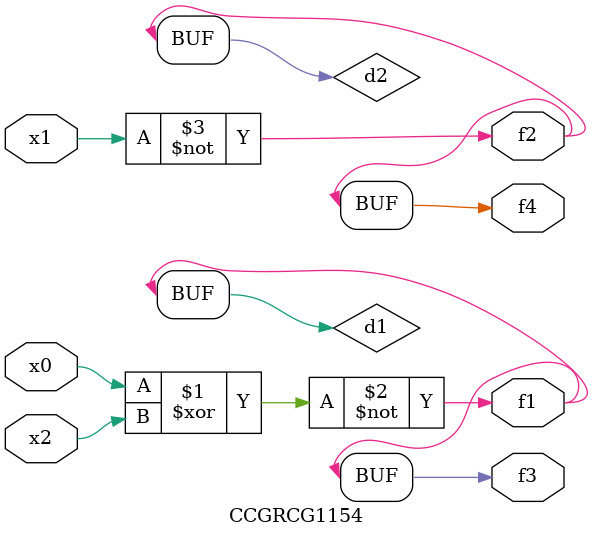
<source format=v>
module CCGRCG1154(
	input x0, x1, x2,
	output f1, f2, f3, f4
);

	wire d1, d2, d3;

	xnor (d1, x0, x2);
	nand (d2, x1);
	nor (d3, x1, x2);
	assign f1 = d1;
	assign f2 = d2;
	assign f3 = d1;
	assign f4 = d2;
endmodule

</source>
